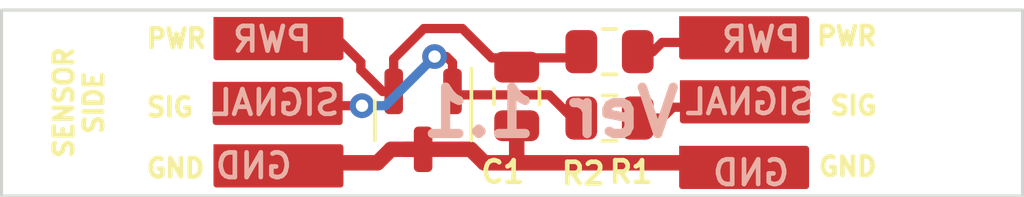
<source format=kicad_pcb>
(kicad_pcb (version 20240706) (generator "pcbnew") (generator_version "8.99")
  (layers (0 "F.Cu" signal) (31 "B.Cu" signal) (34 "B.Paste" user) (35 "F.Paste" user) (36 "B.SilkS" user "B.Silkscreen") (37 "F.SilkS" user "F.Silkscreen") (38 "B.Mask" user) (39 "F.Mask" user) (44 "Edge.Cuts" user) (50 "User.1" signal) (51 "User.2" signal) (52 "User.3" signal) (53 "User.4" signal) (54 "User.5" signal) (55 "User.6" signal) (56 "User.7" signal) (57 "User.8" signal) (58 "User.9" signal))
  (net 0 "")
  (net 1 "GND")
  (net 2 "/SIGNAL")
  (net 3 "/POWER")
  (net 4 "/SENS_PWR")
  (net 5 "/SENS_SIG")
  (footprint "Resistor_SMD:R_0805_2012Metric" (layer "F.Cu") (at 161.125 92.625)
    (property "Reference" "R1" (at 0.7 3.9 0) (layer "F.SilkS") (effects (font (size 0.7 0.7))))
    (property "Value" "2R")
    (fp_line (start -0.227064 -0.735) (end 0.227064 -0.735) (stroke (width 0.12)) (layer "F.SilkS"))
    (fp_line (start -0.227064 0.735) (end 0.227064 0.735) (stroke (width 0.12)) (layer "F.SilkS"))
    (pad "1" smd roundrect (at -0.9125 0) (size 1.025 1.4) (layers "F.Cu" "F.Paste" "F.Mask") (roundrect_rratio 0.243902) (net 4 "/SENS_PWR"))
    (pad "2" smd roundrect (at 0.9125 0) (size 1.025 1.4) (layers "F.Cu" "F.Paste" "F.Mask") (roundrect_rratio 0.243902) (net 3 "/POWER"))
  )
  (footprint "Resistor_SMD:R_0805_2012Metric" (layer "F.Cu") (at 161.125 94.775)
    (property "Reference" "R2" (at -0.85 1.8 0) (layer "F.SilkS") (effects (font (size 0.7 0.7))))
    (property "Value" "2R")
    (fp_line (start -0.227064 -0.735) (end 0.227064 -0.735) (stroke (width 0.12)) (layer "F.SilkS"))
    (fp_line (start -0.227064 0.735) (end 0.227064 0.735) (stroke (width 0.12)) (layer "F.SilkS"))
    (pad "1" smd roundrect (at -0.9125 0) (size 1.025 1.4) (layers "F.Cu" "F.Paste" "F.Mask") (roundrect_rratio 0.243902) (net 5 "/SENS_SIG"))
    (pad "2" smd roundrect (at 0.9125 0) (size 1.025 1.4) (layers "F.Cu" "F.Paste" "F.Mask") (roundrect_rratio 0.243902) (net 2 "/SIGNAL"))
  )
  (footprint "Package_TO_SOT_SMD:SOT-23" (layer "F.Cu") (at 155.1 94.85 -90)
    (property "Reference" "D1" (hide yes))
    (property "Value" "~")
    (fp_line (start 0 1.56) (end -0.65 1.56) (stroke (width 0.12)) (layer "F.SilkS"))
    (fp_line (start 0 1.56) (end 0.65 1.56) (stroke (width 0.12)) (layer "F.SilkS"))
    (fp_line (start 0 -1.56) (end -1.675 -1.56) (stroke (width 0.12)) (layer "F.SilkS"))
    (fp_line (start 0 -1.56) (end 0.65 -1.56) (stroke (width 0.12)) (layer "F.SilkS"))
    (pad "1" smd roundrect (at -0.9375 -0.95 270) (size 1.475 0.6) (layers "F.Cu" "F.Paste" "F.Mask") (net 5 "/SENS_SIG"))
    (pad "2" smd roundrect (at -0.9375 0.95 270) (size 1.475 0.6) (layers "F.Cu" "F.Paste" "F.Mask") (net 4 "/SENS_PWR"))
    (pad "3" smd roundrect (at 0.9375 0 270) (size 1.475 0.6) (layers "F.Cu" "F.Paste" "F.Mask") (net 1 "GND"))
  )
  (footprint "Capacitor_SMD:C_0805_2012Metric" (layer "F.Cu") (at 158.125 94.075 -90)
    (property "Reference" "C1" (at 2.45 0.45 0) (layer "F.SilkS") (effects (font (size 0.7 0.7))))
    (property "Value" "C_Small")
    (fp_line (start -0.261252 0.735) (end 0.261252 0.735) (stroke (width 0.12)) (layer "F.SilkS"))
    (fp_line (start -0.261252 -0.735) (end 0.261252 -0.735) (stroke (width 0.12)) (layer "F.SilkS"))
    (pad "1" smd roundrect (at -0.95 0 270) (size 1 1.45) (layers "F.Cu" "F.Paste" "F.Mask") (net 4 "/SENS_PWR"))
    (pad "2" smd roundrect (at 0.95 0 270) (size 1 1.45) (layers "F.Cu" "F.Paste" "F.Mask") (net 1 "GND"))
  )
  (gr_rect (start 148.425 91.6) (end 152.425 92.8) (stroke (width 0.2)) (fill solid) (layer "F.Cu") (net 4))
  (gr_rect (start 148.425 95.725) (end 152.425 96.925) (stroke (width 0.2)) (fill solid) (layer "F.Cu") (net 1))
  (gr_rect (start 163.475 91.575) (end 167.475 92.775) (stroke (width 0.2)) (fill solid) (layer "F.Cu") (net 3))
  (gr_rect (start 163.5 93.65) (end 167.5 94.85) (stroke (width 0.2)) (fill solid) (layer "F.Cu") (net 2))
  (gr_rect (start 163.475 95.775) (end 167.475 96.975) (stroke (width 0.2)) (fill solid) (layer "F.Cu") (net 1))
  (gr_rect (start 148.4 93.7) (end 152.4 94.9) (stroke (width 0.2)) (fill solid) (layer "F.Cu") (net 5))
  (gr_rect (start 141.475 91.275) (end 174.475 97.3) (stroke (width 0.1)) (fill none) (layer "Edge.Cuts"))
  (gr_text "SIGNAL" (at 150.325 94.275 0) (layer "B.SilkS") (effects (font (size 0.8 0.8)) (justify mirror)))
  (gr_text "GND" (at 165.7 96.55 0) (layer "B.SilkS") (effects (font (size 0.8 0.8)) (justify mirror)))
  (gr_text "Ver 1.1" (at 163.525 95.475 0) (layer "B.SilkS") (effects (font (size 1.5 1.5) (thickness 0.3) (bold yes)) (justify left bottom mirror)))
  (gr_text "PWR" (at 150.225 92.225 0) (layer "B.SilkS") (effects (font (size 0.8 0.8)) (justify mirror)))
  (gr_text "PWR" (at 166.025 92.225 0) (layer "B.SilkS") (effects (font (size 0.8 0.8)) (justify mirror)))
  (gr_text "GND" (at 149.625 96.325 0) (layer "B.SilkS") (effects (font (size 0.8 0.8)) (justify mirror)))
  (gr_text "SIGNAL" (at 165.65 94.25 0) (layer "B.SilkS") (effects (font (size 0.8 0.8)) (justify mirror)))
  (gr_text "PWR" (at 147.128572 92.2 0) (layer "F.SilkS") (effects (font (size 0.6 0.6))))
  (gr_text "PWR" (at 168.796429 92.125 0) (layer "F.SilkS") (effects (font (size 0.6 0.6))))
  (gr_text "GND" (at 147.1 96.4 0) (layer "F.SilkS") (effects (font (size 0.6 0.6))))
  (gr_text "SENSOR\nSIDE" (at 143.975 94.275 90) (layer "F.SilkS") (effects (font (size 0.6 0.6))))
  (gr_text "SIG" (at 169.010714 94.375 0) (layer "F.SilkS") (effects (font (size 0.6 0.6))))
  (gr_text "GND" (at 168.825 96.35 0) (layer "F.SilkS") (effects (font (size 0.6 0.6))))
  (gr_text "SIG" (at 146.914286 94.425 0) (layer "F.SilkS") (effects (font (size 0.6 0.6))))
  (segment (start 157.575 96.225) (end 157.075 96.225) (width 0.5) (layer "F.Cu") (net 1))
  (segment (start 155.1 95.7875) (end 154.96875 95.91875) (width 0.3) (layer "F.Cu") (net 1))
  (segment (start 154.0625 95.7875) (end 153.625 96.225) (width 0.5) (layer "F.Cu") (net 1))
  (segment (start 154.525 95.7875) (end 156.6375 95.7875) (width 0.5) (layer "F.Cu") (net 1))
  (segment (start 156.6375 95.7875) (end 157.075 96.225) (width 0.5) (layer "F.Cu") (net 1))
  (segment (start 157.575 96.225) (end 165.475 96.225) (width 0.5) (layer "F.Cu") (net 1))
  (segment (start 166.7303 96.3875) (end 166.7378 96.38) (width 0.3) (layer "F.Cu") (net 1))
  (segment (start 150.425 96.225) (end 153.625 96.225) (width 0.5) (layer "F.Cu") (net 1))
  (segment (start 158.125 96.225) (end 157.575 96.225) (width 0.5) (layer "F.Cu") (net 1))
  (segment (start 151.5803 96.3375) (end 151.5878 96.33) (width 0.3) (layer "F.Cu") (net 1))
  (segment (start 155.1 95.7875) (end 154.525 95.7875) (width 0.5) (layer "F.Cu") (net 1))
  (segment (start 158.125 95.025) (end 158.125 96.225) (width 0.5) (layer "F.Cu") (net 1))
  (segment (start 151.0375 96.4875) (end 151.025 96.475) (width 0.3) (layer "F.Cu") (net 1))
  (segment (start 165.475 96.225) (end 158.125 96.225) (width 0.3) (layer "F.Cu") (net 1))
  (segment (start 154.525 95.7875) (end 154.0625 95.7875) (width 0.5) (layer "F.Cu") (net 1))
  (segment (start 162.0375 94.775) (end 162.825 94.775) (width 0.3) (layer "F.Cu") (net 2))
  (segment (start 162.825 94.775) (end 163.175 94.425) (width 0.3) (layer "F.Cu") (net 2))
  (segment (start 163.175 94.425) (end 165.475 94.425) (width 0.3) (layer "F.Cu") (net 2))
  (segment (start 162.825 92.325) (end 165.425 92.325) (width 0.3) (layer "F.Cu") (net 3))
  (segment (start 162.0375 92.625) (end 162.525 92.625) (width 0.3) (layer "F.Cu") (net 3))
  (segment (start 162.525 92.625) (end 162.825 92.325) (width 0.3) (layer "F.Cu") (net 3))
  (segment (start 156.2012 91.875) (end 156.3668 91.875) (width 0.3) (layer "F.Cu") (net 4))
  (segment (start 152.325 92.2) (end 153.0875 92.9625) (width 0.3) (layer "F.Cu") (net 4))
  (segment (start 156.2012 91.875) (end 155.125 91.875) (width 0.3) (layer "F.Cu") (net 4))
  (segment (start 154.15 93.9125) (end 153.7875 93.9125) (width 0.3) (layer "F.Cu") (net 4))
  (segment (start 160 92.825) (end 157.3168 92.825) (width 0.3) (layer "F.Cu") (net 4))
  (segment (start 153.7875 93.9125) (end 153.0875 93.2125) (width 0.3) (layer "F.Cu") (net 4))
  (segment (start 154.15 93.9125) (end 154.15 92.85) (width 0.3) (layer "F.Cu") (net 4))
  (segment (start 154.15 92.85) (end 155.125 91.875) (width 0.3) (layer "F.Cu") (net 4))
  (segment (start 157.3168 92.825) (end 156.3668 91.875) (width 0.3) (layer "F.Cu") (net 4))
  (segment (start 150.425 92.2) (end 152.325 92.2) (width 0.3) (layer "F.Cu") (net 4))
  (segment (start 153.0875 93.2125) (end 153.0875 92.9625) (width 0.3) (layer "F.Cu") (net 4))
  (segment (start 153.125 94.375) (end 150.475 94.375) (width 0.3) (layer "F.Cu") (net 5))
  (segment (start 156.05 92.9806) (end 155.8522 92.7828) (width 0.3) (layer "F.Cu") (net 5))
  (segment (start 156.1625 94.025) (end 156.05 93.9125) (width 0.3) (layer "F.Cu") (net 5))
  (segment (start 156.05 93.9125) (end 156.05 92.9806) (width 0.3) (layer "F.Cu") (net 5))
  (segment (start 155.8522 92.7828) (end 155.4712 92.7828) (width 0.3) (layer "F.Cu") (net 5))
  (segment (start 159.925 94.775) (end 159.175 94.025) (width 0.3) (layer "F.Cu") (net 5))
  (segment (start 159.175 94.025) (end 156.1625 94.025) (width 0.3) (layer "F.Cu") (net 5))
  (segment (start 153.125 94.375) (end 153.05 94.3) (width 0.25) (layer "F.Cu") (net 5))
  (segment (start 160.2125 94.775) (end 159.925 94.775) (width 0.3) (layer "F.Cu") (net 5))
  (segment (start 150.475 94.375) (end 150.4 94.3) (width 0.25) (layer "F.Cu") (net 5))
  (via (at 155.4712 92.7828) (size 0.8) (drill 0.4) (layers "F.Cu" "B.Cu") (net 5))
  (via (at 153.125 94.375) (size 0.8) (drill 0.4) (layers "F.Cu" "B.Cu") (net 5))
  (segment (start 155.4712 92.7828) (end 153.879 94.375) (width 0.3) (layer "B.Cu") (net 5))
  (segment (start 153.879 94.375) (end 153.175 94.375) (width 0.3) (layer "B.Cu") (net 5))
)
</source>
